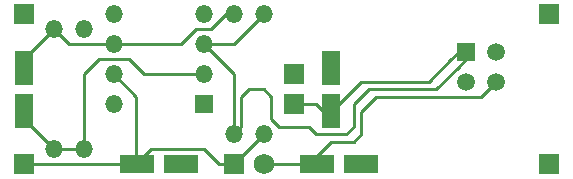
<source format=gtl>
G04 (created by PCBNEW (22-Jun-2014 BZR 4027)-stable) date Wed 28 Mar 2018 01:35:14 AM CDT*
%MOIN*%
G04 Gerber Fmt 3.4, Leading zero omitted, Abs format*
%FSLAX34Y34*%
G01*
G70*
G90*
G04 APERTURE LIST*
%ADD10C,0.00590551*%
%ADD11R,0.059X0.059*%
%ADD12C,0.059*%
%ADD13R,0.069X0.069*%
%ADD14O,0.059X0.059*%
%ADD15R,0.059X0.114*%
%ADD16R,0.114X0.059*%
%ADD17C,0.069*%
%ADD18C,0.01*%
G04 APERTURE END LIST*
G54D10*
G54D11*
X79750Y-55250D03*
G54D12*
X80750Y-56250D03*
X80750Y-55250D03*
X79750Y-56250D03*
G54D13*
X65000Y-59000D03*
X65000Y-54000D03*
X74000Y-57000D03*
X74000Y-56000D03*
G54D14*
X66000Y-54500D03*
X66000Y-58500D03*
X67000Y-58500D03*
X67000Y-54500D03*
X72000Y-54000D03*
X72000Y-58000D03*
G54D11*
X71000Y-57000D03*
G54D14*
X71000Y-56000D03*
X71000Y-55000D03*
X71000Y-54000D03*
X68000Y-54000D03*
X68000Y-55000D03*
X68000Y-57000D03*
X68000Y-56000D03*
G54D15*
X75250Y-57225D03*
X75250Y-55775D03*
X65000Y-55775D03*
X65000Y-57225D03*
G54D16*
X68775Y-59000D03*
X70225Y-59000D03*
X74775Y-59000D03*
X76225Y-59000D03*
G54D14*
X73000Y-58000D03*
X73000Y-54000D03*
G54D13*
X72000Y-59000D03*
G54D17*
X73000Y-59000D03*
G54D13*
X82500Y-54000D03*
X82500Y-59000D03*
G54D18*
X79250Y-55500D02*
X79500Y-55250D01*
X76000Y-56500D02*
X76250Y-56250D01*
X75250Y-57250D02*
X76000Y-56500D01*
X75250Y-57500D02*
X75250Y-57250D01*
X76250Y-56250D02*
X78500Y-56250D01*
X79250Y-55500D02*
X78500Y-56250D01*
X79500Y-55250D02*
X79750Y-55250D01*
X72000Y-58000D02*
X72250Y-57750D01*
X73250Y-56750D02*
X73250Y-57500D01*
X73000Y-56500D02*
X73250Y-56750D01*
X72500Y-56500D02*
X73000Y-56500D01*
X72250Y-56750D02*
X72500Y-56500D01*
X72250Y-57750D02*
X72250Y-56750D01*
X71000Y-55000D02*
X72000Y-55000D01*
X72000Y-55000D02*
X73000Y-54000D01*
X71000Y-55000D02*
X72000Y-56000D01*
X72000Y-57250D02*
X72000Y-58000D01*
X72000Y-56000D02*
X72000Y-57250D01*
X74000Y-57000D02*
X74750Y-57000D01*
X74750Y-57000D02*
X75250Y-57500D01*
X79500Y-55750D02*
X79750Y-55500D01*
X78750Y-56500D02*
X79500Y-55750D01*
X76500Y-56500D02*
X78750Y-56500D01*
X76000Y-57000D02*
X76250Y-56750D01*
X76000Y-57750D02*
X76000Y-57000D01*
X75750Y-58000D02*
X76000Y-57750D01*
X76250Y-56750D02*
X76500Y-56500D01*
X79750Y-55500D02*
X79750Y-55250D01*
X73500Y-57750D02*
X74500Y-57750D01*
X73250Y-57500D02*
X73500Y-57750D01*
X74750Y-58000D02*
X75750Y-58000D01*
X74500Y-57750D02*
X74750Y-58000D01*
X75750Y-58000D02*
X75500Y-58000D01*
X75500Y-58000D02*
X75750Y-58000D01*
X80750Y-56250D02*
X80250Y-56750D01*
X80000Y-56750D02*
X80250Y-56750D01*
X76750Y-56750D02*
X79250Y-56750D01*
X79250Y-56750D02*
X80000Y-56750D01*
X75250Y-58250D02*
X74500Y-59000D01*
X76250Y-57250D02*
X76500Y-57000D01*
X76250Y-58000D02*
X76250Y-57250D01*
X76000Y-58250D02*
X76250Y-58000D01*
X75250Y-58250D02*
X76000Y-58250D01*
X76500Y-57000D02*
X76750Y-56750D01*
X73000Y-59000D02*
X74500Y-59000D01*
X68000Y-55000D02*
X70250Y-55000D01*
X71750Y-54000D02*
X72000Y-54000D01*
X71250Y-54500D02*
X71750Y-54000D01*
X70750Y-54500D02*
X71250Y-54500D01*
X70250Y-55000D02*
X70750Y-54500D01*
X66000Y-54500D02*
X66500Y-55000D01*
X66500Y-55000D02*
X68000Y-55000D01*
X65000Y-55500D02*
X66000Y-54500D01*
X67000Y-58500D02*
X67000Y-56000D01*
X69000Y-56000D02*
X71000Y-56000D01*
X68500Y-55500D02*
X69000Y-56000D01*
X67500Y-55500D02*
X68500Y-55500D01*
X67000Y-56000D02*
X67500Y-55500D01*
X66000Y-58500D02*
X67000Y-58500D01*
X65000Y-57500D02*
X66000Y-58500D01*
X72000Y-59000D02*
X73000Y-58000D01*
X68500Y-59000D02*
X68750Y-59000D01*
X71500Y-59000D02*
X72000Y-59000D01*
X71000Y-58500D02*
X71500Y-59000D01*
X69250Y-58500D02*
X71000Y-58500D01*
X68750Y-59000D02*
X69250Y-58500D01*
X65000Y-59000D02*
X68500Y-59000D01*
X68000Y-56000D02*
X68750Y-56750D01*
X68750Y-58750D02*
X68500Y-59000D01*
X68750Y-56750D02*
X68750Y-58750D01*
M02*

</source>
